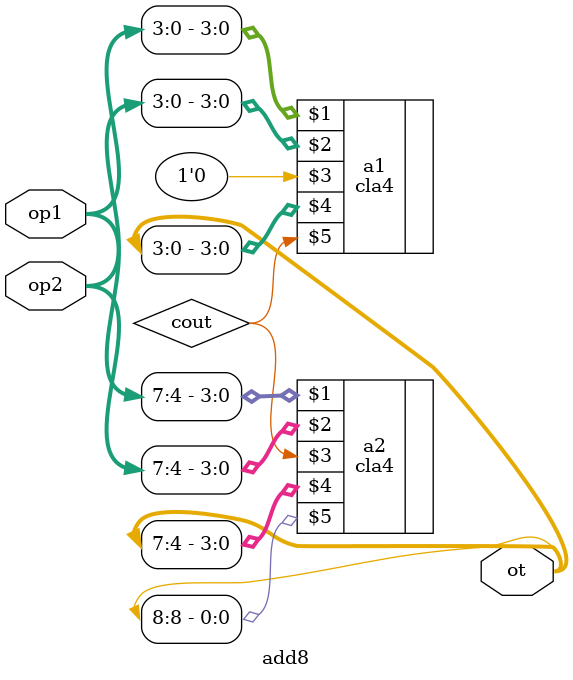
<source format=v>
module add8 (input [7:0] op1,input [7:0] op2, output [8:0] ot);

    cla4 a1 (op1[3:0],op2[3:0], 1'b0, ot[3:0], cout);
    cla4 a2 (op1[7:4],op2[7:4], cout, ot[7:4], ot[8]);

endmodule
</source>
